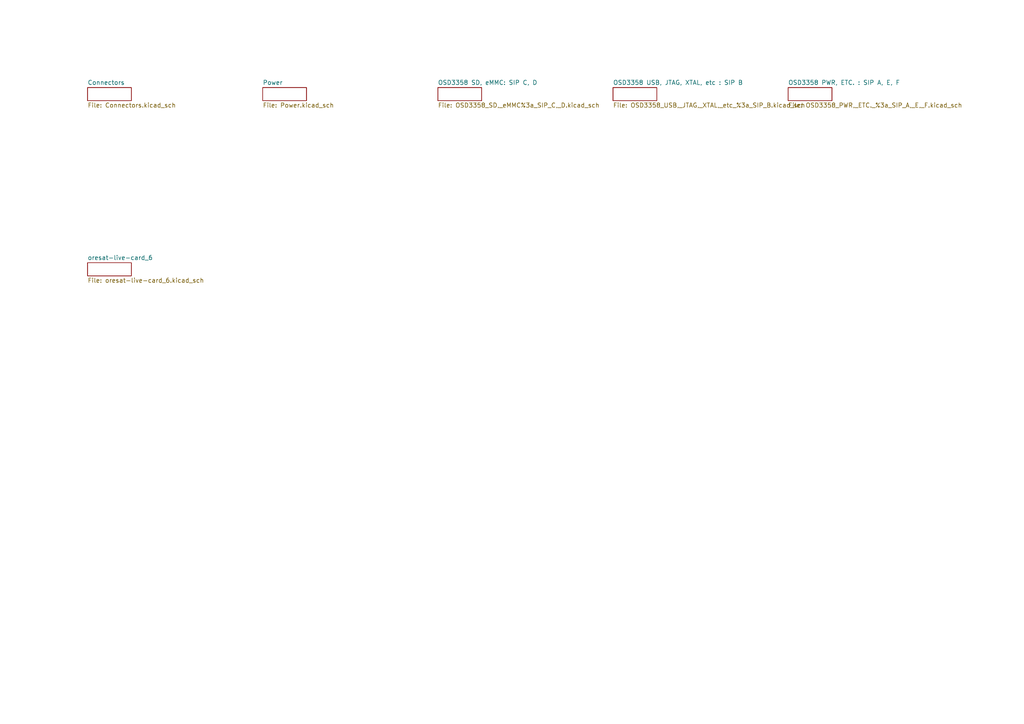
<source format=kicad_sch>
(kicad_sch (version 20210621) (generator eeschema)
  (paper "A4")
  (lib_symbols)
  (sheet (at 76.2 25.4) (size 12.7 3.81)
    (property "Sheet name" "Power" (at 76.2 24.6884 0) (effects (justify left bottom)))
    (property "Sheet file" "Power.kicad_sch" (at 76.2 29.7946 0) (effects (justify left top)))
  )
  (sheet (at 228.6 25.4) (size 12.7 3.81)
    (property "Sheet name" "OSD3358 PWR, ETC. : SIP A, E, F" (at 228.6 24.6884 0) (effects (justify left bottom)))
    (property "Sheet file" "OSD3358_PWR,_ETC._%3a_SIP_A,_E,_F.kicad_sch" (at 228.6 29.7946 0) (effects (justify left top)))
  )
  (sheet (at 25.4 76.2) (size 12.7 3.81)
    (property "Sheet name" "oresat-live-card_6" (at 25.4 75.4884 0) (effects (justify left bottom)))
    (property "Sheet file" "oresat-live-card_6.kicad_sch" (at 25.4 80.5946 0) (effects (justify left top)))
  )
  (sheet (at 127 25.4) (size 12.7 3.81)
    (property "Sheet name" "OSD3358 SD, eMMC: SIP C, D" (at 127 24.6884 0) (effects (justify left bottom)))
    (property "Sheet file" "OSD3358_SD,_eMMC%3a_SIP_C,_D.kicad_sch" (at 127 29.7946 0) (effects (justify left top)))
  )
  (sheet (at 25.4 25.4) (size 12.7 3.81)
    (property "Sheet name" "Connectors" (at 25.4 24.6884 0) (effects (justify left bottom)))
    (property "Sheet file" "Connectors.kicad_sch" (at 25.4 29.7946 0) (effects (justify left top)))
  )
  (sheet (at 177.8 25.4) (size 12.7 3.81)
    (property "Sheet name" "OSD3358 USB, JTAG, XTAL, etc : SIP B" (at 177.8 24.6884 0) (effects (justify left bottom)))
    (property "Sheet file" "OSD3358_USB,_JTAG,_XTAL,_etc_%3a_SIP_B.kicad_sch" (at 177.8 29.7946 0) (effects (justify left top)))
  )
)
</source>
